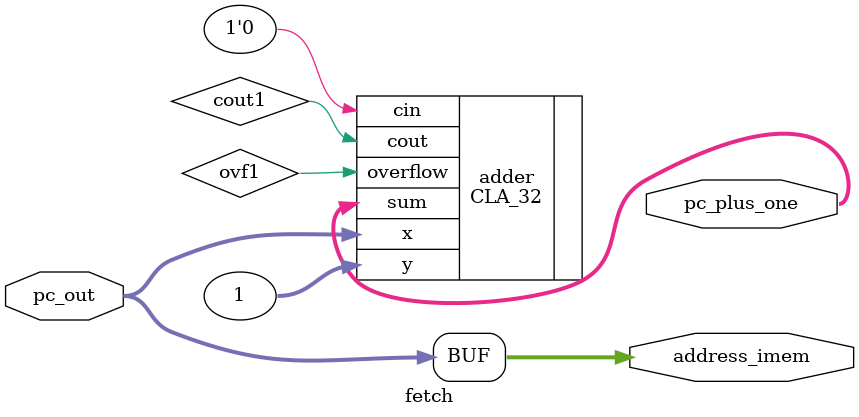
<source format=v>
module fetch(
	pc_out, 
	address_imem, pc_plus_one
); 	
	
	input [31:0] pc_out;
	output [31:0] address_imem;
	output [31:0] pc_plus_one;
	
    // assign address_imem[11:0] = pc_out[11:0];
	assign address_imem = pc_out;
	
	wire [31:0] pc_plus_one;

    wire cout1, ovf1;
    CLA_32 adder(.x(pc_out), .y(32'd1), .cin(1'b0), .sum(pc_plus_one), .cout(cout1), .overflow(ovf1));
	

endmodule
</source>
